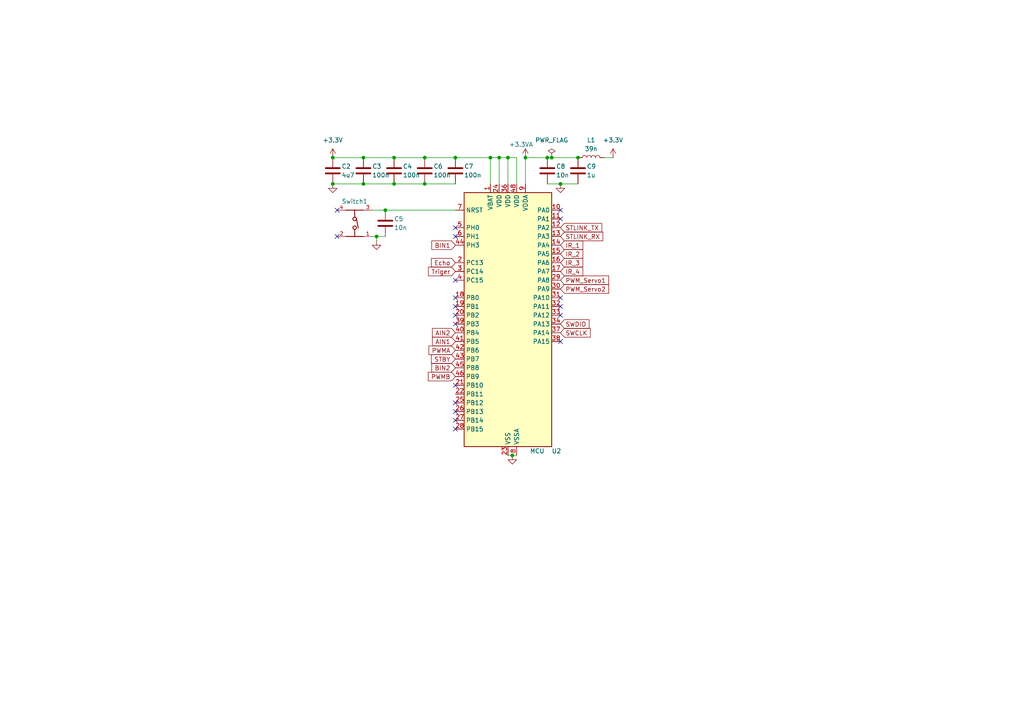
<source format=kicad_sch>
(kicad_sch (version 20231120) (generator "eeschema") (generator_version "8.0")
  (paper "A4")
  (lib_symbols
    (symbol "Device:C" (pin_numbers hide) (pin_names (offset 0.254))
      (property "Reference" "C" (at 0.635 2.54 0))
      (property "Value" "C" (at 0.635 -2.54 0))
      (symbol "C_0_1"
        (polyline (pts (xy -2.032 -0.762) (xy 2.032 -0.762)) (stroke (width 0.508)))
        (polyline (pts (xy -2.032 0.762) (xy 2.032 0.762)) (stroke (width 0.508)))
      )
      (symbol "C_1_1"
        (pin passive line (at 0 3.81 270) (length 2.794) (name "~") (number "1"))
        (pin passive line (at 0 -3.81 90) (length 2.794) (name "~") (number "2"))
      )
    )
    (symbol "Device:L" (pin_numbers hide) (pin_names (offset 1.016) hide)
      (property "Reference" "L" (at -1.27 0 90))
      (property "Value" "L" (at 1.905 0 90))
      (symbol "L_0_1"
        (arc (start 0 -2.54) (mid 0.6323 -1.905) (end 0 -1.27))
        (arc (start 0 -1.27) (mid 0.6323 -0.635) (end 0 0))
        (arc (start 0 0) (mid 0.6323 0.635) (end 0 1.27))
        (arc (start 0 1.27) (mid 0.6323 1.905) (end 0 2.54))
      )
      (symbol "L_1_1"
        (pin passive line (at 0 3.81 270) (length 1.27) (name "1") (number "1"))
        (pin passive line (at 0 -3.81 90) (length 1.27) (name "2") (number "2"))
      )
    )
    (symbol "MCU_ST_STM32L5:STM32L552CCTx"
      (property "Reference" "U" (at -12.7 39.37 0))
      (property "Value" "STM32L552CCTx" (at 7.62 39.37 0))
      (symbol "STM32L552CCTx_0_1"
        (rectangle (start -12.7 -35.56) (end 12.7 38.1) (stroke (width 0.254)) (fill (type background)))
      )
      (symbol "STM32L552CCTx_1_1"
        (pin power_in line (at -5.08 40.64 270) (length 2.54) (name "VBAT") (number "1"))
        (pin bidirectional line (at 15.24 33.02 180) (length 2.54) (name "PA0") (number "10"))
        (pin bidirectional line (at 15.24 30.48 180) (length 2.54) (name "PA1") (number "11"))
        (pin bidirectional line (at 15.24 27.94 180) (length 2.54) (name "PA2") (number "12"))
        (pin bidirectional line (at 15.24 25.4 180) (length 2.54) (name "PA3") (number "13"))
        (pin bidirectional line (at 15.24 22.86 180) (length 2.54) (name "PA4") (number "14"))
        (pin bidirectional line (at 15.24 20.32 180) (length 2.54) (name "PA5") (number "15"))
        (pin bidirectional line (at 15.24 17.78 180) (length 2.54) (name "PA6") (number "16"))
        (pin bidirectional line (at 15.24 15.24 180) (length 2.54) (name "PA7") (number "17"))
        (pin bidirectional line (at -15.24 7.62 0) (length 2.54) (name "PB0") (number "18"))
        (pin bidirectional line (at -15.24 5.08 0) (length 2.54) (name "PB1") (number "19"))
        (pin bidirectional line (at -15.24 17.78 0) (length 2.54) (name "PC13") (number "2"))
        (pin bidirectional line (at -15.24 2.54 0) (length 2.54) (name "PB2") (number "20"))
        (pin bidirectional line (at -15.24 -17.78 0) (length 2.54) (name "PB10") (number "21"))
        (pin bidirectional line (at -15.24 -20.32 0) (length 2.54) (name "PB11") (number "22"))
        (pin power_in line (at 0 -38.1 90) (length 2.54) (name "VSS") (number "23"))
        (pin power_in line (at -2.54 40.64 270) (length 2.54) (name "VDD") (number "24"))
        (pin bidirectional line (at -15.24 -22.86 0) (length 2.54) (name "PB12") (number "25"))
        (pin bidirectional line (at -15.24 -25.4 0) (length 2.54) (name "PB13") (number "26"))
        (pin bidirectional line (at -15.24 -27.94 0) (length 2.54) (name "PB14") (number "27"))
        (pin bidirectional line (at -15.24 -30.48 0) (length 2.54) (name "PB15") (number "28"))
        (pin bidirectional line (at 15.24 12.7 180) (length 2.54) (name "PA8") (number "29"))
        (pin bidirectional line (at -15.24 15.24 0) (length 2.54) (name "PC14") (number "3"))
        (pin bidirectional line (at 15.24 10.16 180) (length 2.54) (name "PA9") (number "30"))
        (pin bidirectional line (at 15.24 7.62 180) (length 2.54) (name "PA10") (number "31"))
        (pin bidirectional line (at 15.24 5.08 180) (length 2.54) (name "PA11") (number "32"))
        (pin bidirectional line (at 15.24 2.54 180) (length 2.54) (name "PA12") (number "33"))
        (pin bidirectional line (at 15.24 0 180) (length 2.54) (name "PA13") (number "34"))
        (pin passive line (at 0 -38.1 90) (length 2.54) hide (name "VSS") (number "35"))
        (pin power_in line (at 0 40.64 270) (length 2.54) (name "VDD") (number "36"))
        (pin bidirectional line (at 15.24 -2.54 180) (length 2.54) (name "PA14") (number "37"))
        (pin bidirectional line (at 15.24 -5.08 180) (length 2.54) (name "PA15") (number "38"))
        (pin bidirectional line (at -15.24 0 0) (length 2.54) (name "PB3") (number "39"))
        (pin bidirectional line (at -15.24 12.7 0) (length 2.54) (name "PC15") (number "4"))
        (pin bidirectional line (at -15.24 -2.54 0) (length 2.54) (name "PB4") (number "40"))
        (pin bidirectional line (at -15.24 -5.08 0) (length 2.54) (name "PB5") (number "41"))
        (pin bidirectional line (at -15.24 -7.62 0) (length 2.54) (name "PB6") (number "42"))
        (pin bidirectional line (at -15.24 -10.16 0) (length 2.54) (name "PB7") (number "43"))
        (pin bidirectional line (at -15.24 22.86 0) (length 2.54) (name "PH3") (number "44"))
        (pin bidirectional line (at -15.24 -12.7 0) (length 2.54) (name "PB8") (number "45"))
        (pin bidirectional line (at -15.24 -15.24 0) (length 2.54) (name "PB9") (number "46"))
        (pin passive line (at 0 -38.1 90) (length 2.54) hide (name "VSS") (number "47"))
        (pin power_in line (at 2.54 40.64 270) (length 2.54) (name "VDD") (number "48"))
        (pin bidirectional line (at -15.24 27.94 0) (length 2.54) (name "PH0") (number "5"))
        (pin bidirectional line (at -15.24 25.4 0) (length 2.54) (name "PH1") (number "6"))
        (pin input line (at -15.24 33.02 0) (length 2.54) (name "NRST") (number "7"))
        (pin power_in line (at 2.54 -38.1 90) (length 2.54) (name "VSSA") (number "8"))
        (pin power_in line (at 5.08 40.64 270) (length 2.54) (name "VDDA") (number "9"))
      )
    )
    (symbol "boutonSMD_wurth430471025826:430471025826" (pin_names (offset 1.016))
      (property "Reference" "S" (at 0 5.842 0))
      (symbol "430471025826_0_0"
        (polyline (pts (xy -2.54 -2.54) (xy 0 -2.54)) (stroke (width 0.254)))
        (polyline (pts (xy -2.54 5.08) (xy 0 5.08)) (stroke (width 0.254)))
        (polyline (pts (xy -0.47 -0.2) (xy -1.04 2.61)) (stroke (width 0.254)))
        (polyline (pts (xy 0 -2.54) (xy 2.54 -2.54)) (stroke (width 0.254)))
        (polyline (pts (xy 0 -0.535) (xy 0 -2.54)) (stroke (width 0.254)))
        (polyline (pts (xy 0 3.075) (xy 0 5.08)) (stroke (width 0.254)))
        (polyline (pts (xy 0 5.08) (xy 2.54 5.08)) (stroke (width 0.254)))
        (circle (center 0 0) (radius 0.508) (stroke (width 0.254)))
        (circle (center 0 2.54) (radius 0.508) (stroke (width 0.254)))
        (pin passive line (at -5.08 5.08 0) (length 2.54) (name "~") (number "1"))
        (pin passive line (at 5.08 5.08 180) (length 2.54) (name "~") (number "2"))
        (pin passive line (at -5.08 -2.54 0) (length 2.54) (name "~") (number "3"))
        (pin passive line (at 5.08 -2.54 180) (length 2.54) (name "~") (number "4"))
      )
    )
    (symbol "power:+3.3V" (power) (pin_numbers hide) (pin_names (offset 0) hide)
      (property "Value" "+3.3V" (at 0 3.556 0))
      (symbol "+3.3V_0_1"
        (polyline (pts (xy -0.762 1.27) (xy 0 2.54)))
        (polyline (pts (xy 0 0) (xy 0 2.54)))
        (polyline (pts (xy 0 2.54) (xy 0.762 1.27)))
      )
      (symbol "+3.3V_1_1"
        (pin power_in line (at 0 0 90) (length 0) (name "~") (number "1"))
      )
    )
    (symbol "power:+3.3VA" (power) (pin_numbers hide) (pin_names (offset 0) hide)
      (property "Value" "+3.3VA" (at 0 3.556 0))
      (symbol "+3.3VA_0_1"
        (polyline (pts (xy -0.762 1.27) (xy 0 2.54)))
        (polyline (pts (xy 0 0) (xy 0 2.54)))
        (polyline (pts (xy 0 2.54) (xy 0.762 1.27)))
      )
      (symbol "+3.3VA_1_1"
        (pin power_in line (at 0 0 90) (length 0) (name "~") (number "1"))
      )
    )
    (symbol "power:GND" (power) (pin_numbers hide) (pin_names (offset 0) hide)
      (property "Value" "GND" (at 0 -3.81 0))
      (symbol "GND_0_1"
        (polyline (pts (xy 0 0) (xy 0 -1.27) (xy 1.27 -1.27) (xy 0 -2.54) (xy -1.27 -1.27) (xy 0 -1.27)))
      )
      (symbol "GND_1_1"
        (pin power_in line (at 0 0 270) (length 0) (name "~") (number "1"))
      )
    )
    (symbol "power:PWR_FLAG" (power) (pin_numbers hide) (pin_names (offset 0) hide)
      (property "Value" "PWR_FLAG" (at 0 3.81 0))
      (symbol "PWR_FLAG_0_0"
        (pin power_out line (at 0 0 90) (length 0) (name "~") (number "1"))
      )
      (symbol "PWR_FLAG_0_1"
        (polyline (pts (xy 0 0) (xy 0 1.27) (xy -1.016 1.905) (xy 0 2.54) (xy 1.016 1.905) (xy 0 1.27)))
      )
    )
  )
  (junction (at 147.32 45.72))
  (junction (at 144.78 45.72))
  (junction (at 96.52 53.34))
  (junction (at 114.3 45.72))
  (junction (at 158.75 45.72))
  (junction (at 123.19 53.34))
  (junction (at 123.19 45.72))
  (junction (at 109.22 68.58))
  (junction (at 162.56 53.34))
  (junction (at 132.08 45.72))
  (junction (at 148.59 132.08))
  (junction (at 105.41 45.72))
  (junction (at 96.52 45.72))
  (junction (at 114.3 53.34))
  (junction (at 167.64 45.72))
  (junction (at 142.24 45.72))
  (junction (at 160.02 45.72))
  (junction (at 152.4 45.72))
  (junction (at 111.76 60.96))
  (junction (at 105.41 53.34))
  (no_connect (at 97.79 60.96))
  (no_connect (at 132.08 66.04))
  (no_connect (at 132.08 81.28))
  (no_connect (at 162.56 60.96))
  (no_connect (at 132.08 111.76))
  (no_connect (at 162.56 86.36))
  (no_connect (at 132.08 91.44))
  (no_connect (at 132.08 116.84))
  (no_connect (at 162.56 88.9))
  (no_connect (at 132.08 68.58))
  (no_connect (at 162.56 63.5))
  (no_connect (at 132.08 119.38))
  (no_connect (at 162.56 91.44))
  (no_connect (at 132.08 88.9))
  (no_connect (at 132.08 121.92))
  (no_connect (at 97.79 68.58))
  (no_connect (at 132.08 93.98))
  (no_connect (at 162.56 99.06))
  (no_connect (at 132.08 124.46))
  (no_connect (at 132.08 86.36))
  (wire (pts (xy 123.19 45.72) (xy 132.08 45.72)))
  (wire (pts (xy 175.26 45.72) (xy 177.8 45.72)))
  (wire (pts (xy 132.08 45.72) (xy 142.24 45.72)))
  (wire (pts (xy 96.52 45.72) (xy 105.41 45.72)))
  (wire (pts (xy 147.32 45.72) (xy 147.32 53.34)))
  (wire (pts (xy 144.78 45.72) (xy 144.78 53.34)))
  (wire (pts (xy 109.22 69.85) (xy 109.22 68.58)))
  (wire (pts (xy 162.56 53.34) (xy 167.64 53.34)))
  (wire (pts (xy 152.4 45.72) (xy 152.4 53.34)))
  (wire (pts (xy 114.3 53.34) (xy 123.19 53.34)))
  (wire (pts (xy 147.32 132.08) (xy 148.59 132.08)))
  (wire (pts (xy 152.4 45.72) (xy 158.75 45.72)))
  (wire (pts (xy 105.41 45.72) (xy 114.3 45.72)))
  (wire (pts (xy 109.22 68.58) (xy 107.95 68.58)))
  (wire (pts (xy 142.24 45.72) (xy 144.78 45.72)))
  (wire (pts (xy 96.52 53.34) (xy 105.41 53.34)))
  (wire (pts (xy 142.24 45.72) (xy 142.24 53.34)))
  (wire (pts (xy 105.41 53.34) (xy 114.3 53.34)))
  (wire (pts (xy 111.76 68.58) (xy 109.22 68.58)))
  (wire (pts (xy 149.86 45.72) (xy 149.86 53.34)))
  (wire (pts (xy 111.76 60.96) (xy 132.08 60.96)))
  (wire (pts (xy 158.75 53.34) (xy 162.56 53.34)))
  (wire (pts (xy 160.02 45.72) (xy 167.64 45.72)))
  (wire (pts (xy 148.59 132.08) (xy 149.86 132.08)))
  (wire (pts (xy 158.75 45.72) (xy 160.02 45.72)))
  (wire (pts (xy 147.32 45.72) (xy 149.86 45.72)))
  (wire (pts (xy 114.3 45.72) (xy 123.19 45.72)))
  (wire (pts (xy 107.95 60.96) (xy 111.76 60.96)))
  (wire (pts (xy 147.32 45.72) (xy 144.78 45.72)))
  (wire (pts (xy 123.19 53.34) (xy 132.08 53.34)))
  (global_label "SWDIO" (shape input) (at 162.56 93.98 0) (property "Intersheetrefs" "${INTERSHEET_REFS}" (effects (hide yes))))
  (global_label "IR_4" (shape input) (at 162.56 78.74 0) (property "Intersheetrefs" "${INTERSHEET_REFS}" (effects (hide yes))))
  (global_label "Triger" (shape input) (at 132.08 78.74 180) (property "Intersheetrefs" "${INTERSHEET_REFS}" (effects (hide yes))))
  (global_label "IR_3" (shape input) (at 162.56 76.2 0) (property "Intersheetrefs" "${INTERSHEET_REFS}" (effects (hide yes))))
  (global_label "PWM_Servo2" (shape input) (at 162.56 83.82 0) (property "Intersheetrefs" "${INTERSHEET_REFS}" (effects (hide yes))))
  (global_label "BIN1" (shape input) (at 132.08 71.12 180) (property "Intersheetrefs" "${INTERSHEET_REFS}" (effects (hide yes))))
  (global_label "SWCLK" (shape input) (at 162.56 96.52 0) (property "Intersheetrefs" "${INTERSHEET_REFS}" (effects (hide yes))))
  (global_label "IR_2" (shape input) (at 162.56 73.66 0) (property "Intersheetrefs" "${INTERSHEET_REFS}" (effects (hide yes))))
  (global_label "AIN1" (shape input) (at 132.08 99.06 180) (property "Intersheetrefs" "${INTERSHEET_REFS}" (effects (hide yes))))
  (global_label "BIN2" (shape input) (at 132.08 106.68 180) (property "Intersheetrefs" "${INTERSHEET_REFS}" (effects (hide yes))))
  (global_label "PWMA" (shape input) (at 132.08 101.6 180) (property "Intersheetrefs" "${INTERSHEET_REFS}" (effects (hide yes))))
  (global_label "PWM_Servo1" (shape input) (at 162.56 81.28 0) (property "Intersheetrefs" "${INTERSHEET_REFS}" (effects (hide yes))))
  (global_label "STLINK_TX" (shape input) (at 162.56 66.04 0) (property "Intersheetrefs" "${INTERSHEET_REFS}" (effects (hide yes))))
  (global_label "AIN2" (shape input) (at 132.08 96.52 180) (property "Intersheetrefs" "${INTERSHEET_REFS}" (effects (hide yes))))
  (global_label "PWMB" (shape input) (at 132.08 109.22 180) (property "Intersheetrefs" "${INTERSHEET_REFS}" (effects (hide yes))))
  (global_label "STLINK_RX" (shape input) (at 162.56 68.58 0) (property "Intersheetrefs" "${INTERSHEET_REFS}" (effects (hide yes))))
  (global_label "Echo" (shape input) (at 132.08 76.2 180) (property "Intersheetrefs" "${INTERSHEET_REFS}" (effects (hide yes))))
  (global_label "IR_1" (shape input) (at 162.56 71.12 0) (property "Intersheetrefs" "${INTERSHEET_REFS}" (effects (hide yes))))
  (global_label "STBY" (shape input) (at 132.08 104.14 180) (property "Intersheetrefs" "${INTERSHEET_REFS}" (effects (hide yes))))
  (symbol (lib_id "Device:C") (at 105.41 49.53 0) (unit 1)
    (property "Reference" "C3" (at 107.95 48.26 0) (effects (justify left)))
    (property "Value" "100n" (at 107.95 50.8 0) (effects (justify left)))
    (property "Footprint" "Capacitor_SMD:C_0402_1005Metric" (effects (hide yes)))
    (property "Description" "Unpolarized capacitor" (effects (hide yes)))
  )
  (symbol (lib_id "power:+3.3VA") (at 152.4 45.72 0) (unit 1)
    (property "Reference" "#PWR05" (effects (hide yes)))
    (property "Value" "+3.3VA" (at 151.13 41.91 0))
    (property "Description" "Power symbol creates a global label with name \"+3.3VA\"" (effects (hide yes)))
  )
  (symbol (lib_id "Device:C") (at 114.3 49.53 0) (unit 1)
    (property "Reference" "C4" (at 116.84 48.26 0) (effects (justify left)))
    (property "Value" "100n" (at 116.84 50.8 0) (effects (justify left)))
    (property "Footprint" "Capacitor_SMD:C_0402_1005Metric" (effects (hide yes)))
    (property "Description" "Unpolarized capacitor" (effects (hide yes)))
  )
  (symbol (lib_id "Device:L") (at 171.45 45.72 90) (unit 1)
    (property "Reference" "L1" (at 171.45 40.64 90))
    (property "Value" "39n" (at 171.45 43.18 90))
    (property "Footprint" "Inductor_SMD:L_0603_1608Metric" (effects (hide yes)))
    (property "Description" "Inductor" (effects (hide yes)))
  )
  (symbol (lib_id "Device:C") (at 96.52 49.53 0) (unit 1)
    (property "Reference" "C2" (at 99.06 48.26 0) (effects (justify left)))
    (property "Value" "4u7" (at 99.06 50.8 0) (effects (justify left)))
    (property "Footprint" "Capacitor_SMD:C_0805_2012Metric" (effects (hide yes)))
    (property "Description" "Unpolarized capacitor" (effects (hide yes)))
  )
  (symbol (lib_id "Device:C") (at 123.19 49.53 0) (unit 1)
    (property "Reference" "C6" (at 125.73 48.26 0) (effects (justify left)))
    (property "Value" "100n" (at 125.73 50.8 0) (effects (justify left)))
    (property "Footprint" "Capacitor_SMD:C_0402_1005Metric" (effects (hide yes)))
    (property "Description" "Unpolarized capacitor" (effects (hide yes)))
  )
  (symbol (lib_id "boutonSMD_wurth430471025826:430471025826") (at 102.87 63.5 180) (unit 1)
    (property "Reference" "Switch1" (at 102.87 58.42 0))
    (property "Value" "430471025826" (effects (hide yes)))
    (property "Footprint" "boutonSMD_wurth430471025826:430471025826" (effects (hide yes)))
    (property "MF" "Würth Elektronik" (effects (hide yes)))
    (property "Description_1" "\n                        \n                            Tactile Switch SPST-NO Top Actuated Surface Mount\n                        \n" (effects (hide yes)))
    (property "Package" "None" (effects (hide yes)))
    (property "Price" "None" (effects (hide yes)))
    (property "VALUE" "430471025826" (effects (hide yes)))
    (property "HEIGHT" "2.5mm" (effects (hide yes)))
    (property "SnapEDA_Link" "https://www.snapeda.com/parts/430471025826/W%25C3%25BCrth+Elektronik+Midcom/view-part/?ref=snap" (effects (hide yes)))
    (property "DATASHEET-URL" "https://www.we-online.com/redexpert/spec/430471025826?ae" (effects (hide yes)))
    (property "MP" "430471025826" (effects (hide yes)))
    (property "PART-NUMBER" "430471025826" (effects (hide yes)))
    (property "OPERATION-FORCE" "260g" (effects (hide yes)))
    (property "QTY" "2000" (effects (hide yes)))
    (property "Availability" "In Stock" (effects (hide yes)))
    (property "Check_prices" "https://www.snapeda.com/parts/430471025826/W%25C3%25BCrth+Elektronik+Midcom/view-part/?ref=eda" (effects (hide yes)))
  )
  (symbol (lib_id "Device:C") (at 167.64 49.53 0) (unit 1)
    (property "Reference" "C9" (at 170.18 48.26 0) (effects (justify left)))
    (property "Value" "1u" (at 170.18 50.8 0) (effects (justify left)))
    (property "Footprint" "Capacitor_SMD:C_0402_1005Metric" (effects (hide yes)))
    (property "Description" "Unpolarized capacitor" (effects (hide yes)))
  )
  (symbol (lib_id "power:+3.3V") (at 177.8 45.72 0) (unit 1)
    (property "Reference" "#PWR07" (effects (hide yes)))
    (property "Value" "+3.3V" (at 177.8 40.64 0))
    (property "Description" "Power symbol creates a global label with name \"+3.3V\"" (effects (hide yes)))
  )
  (symbol (lib_id "power:GND") (at 96.52 53.34 0) (unit 1)
    (property "Reference" "#PWR02" (effects (hide yes)))
    (property "Value" "GND" (effects (hide yes)))
    (property "Description" "Power symbol creates a global label with name \"GND\" , ground" (effects (hide yes)))
  )
  (symbol (lib_id "power:GND") (at 109.22 69.85 0) (unit 1)
    (property "Reference" "#PWR08" (effects (hide yes)))
    (property "Value" "GND" (effects (hide yes)))
    (property "Description" "Power symbol creates a global label with name \"GND\" , ground" (effects (hide yes)))
  )
  (symbol (lib_id "power:GND") (at 162.56 53.34 0) (unit 1)
    (property "Reference" "#PWR06" (effects (hide yes)))
    (property "Value" "GND" (effects (hide yes)))
    (property "Description" "Power symbol creates a global label with name \"GND\" , ground" (effects (hide yes)))
  )
  (symbol (lib_id "MCU_ST_STM32L5:STM32L552CCTx") (at 147.32 93.98 0) (unit 1)
    (property "Reference" "U2" (at 160.02 130.81 0) (effects (justify left)))
    (property "Value" "MCU" (at 153.67 130.81 0) (effects (justify left)))
    (property "Footprint" "Package_QFP:LQFP-48_7x7mm_P0.5mm" (effects (hide yes)))
    (property "Datasheet" "https://www.st.com/resource/en/datasheet/stm32l552cc.pdf" (effects (hide yes)))
    (property "Description" "STMicroelectronics Arm Cortex-M33 MCU, 256KB flash, 256KB RAM, 110 MHz, 1.71-3.6V, 38 GPIO, LQFP48" (effects (hide yes)))
  )
  (symbol (lib_id "Device:C") (at 132.08 49.53 0) (unit 1)
    (property "Reference" "C7" (at 134.62 48.26 0) (effects (justify left)))
    (property "Value" "100n" (at 134.62 50.8 0) (effects (justify left)))
    (property "Footprint" "Capacitor_SMD:C_0402_1005Metric" (effects (hide yes)))
    (property "Description" "Unpolarized capacitor" (effects (hide yes)))
  )
  (symbol (lib_id "power:+3.3V") (at 96.52 45.72 0) (unit 1)
    (property "Reference" "#PWR01" (effects (hide yes)))
    (property "Value" "+3.3V" (at 96.52 40.64 0))
    (property "Description" "Power symbol creates a global label with name \"+3.3V\"" (effects (hide yes)))
  )
  (symbol (lib_id "Device:C") (at 111.76 64.77 0) (unit 1)
    (property "Reference" "C5" (at 114.3 63.5 0) (effects (justify left)))
    (property "Value" "10n" (at 114.3 66.04 0) (effects (justify left)))
    (property "Footprint" "Capacitor_SMD:C_0402_1005Metric" (effects (hide yes)))
    (property "Description" "Unpolarized capacitor" (effects (hide yes)))
  )
  (symbol (lib_id "power:PWR_FLAG") (at 160.02 45.72 0) (unit 1)
    (property "Reference" "#FLG01" (effects (hide yes)))
    (property "Value" "PWR_FLAG" (at 160.02 40.64 0))
    (property "Description" "Special symbol for telling ERC where power comes from" (effects (hide yes)))
  )
  (symbol (lib_id "power:GND") (at 148.59 132.08 0) (unit 1)
    (property "Reference" "#PWR04" (effects (hide yes)))
    (property "Value" "GND" (effects (hide yes)))
    (property "Description" "Power symbol creates a global label with name \"GND\" , ground" (effects (hide yes)))
  )
  (symbol (lib_id "Device:C") (at 158.75 49.53 0) (unit 1)
    (property "Reference" "C8" (at 161.29 48.26 0) (effects (justify left)))
    (property "Value" "10n" (at 161.29 50.8 0) (effects (justify left)))
    (property "Footprint" "Capacitor_SMD:C_0402_1005Metric" (effects (hide yes)))
    (property "Description" "Unpolarized capacitor" (effects (hide yes)))
  )
)
</source>
